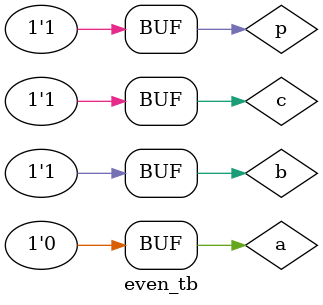
<source format=v>
module epg(input a,b,c,output x);
assign x=(a^b^c);
endmodule

//testbench

module epg_tb;
reg a,b,c;
wire x;
epg uut(.a(a),.b(b),.c(c),.x(x));
initial begin
$monitor("a=%b,b=%b,c=%b,x=%b",a,b,c,x);
$dumpfile("waves.vcd");
$dumpvars();
a=0; b=0; c=0; #10;
a=0; b=0; c=1; #10;
a=0; b=1; c=0; #10;
a=0; b=1; c=1; #10;
a=1; b=0; c=0; #10;
a=1; b=0; c=1; #10;
a=1; b=1; c=0; #10;
a=1; b=1; c=1; #10;
end
endmodule


//design
//even parity checker
module even(input a,b,c,p,output x);
assign x=(a^b^c^p);
endmodule

//testbench
module even_tb;
reg a,b,c,p;
wire x;
even uut(.a(a),.b(b),.c(c),.p(p),.x(x));
initial begin
$monitor("a=%b,b=%b,c=%b,p=%b,x=%b",a,b,c,p,x);
$dumpfile("waves.vcd");
$dumpvars();
a=0; b=0; c=0;p=0; #10;
a=0; b=0; c=1;p=0; #10;
a=0; b=1; c=0;p=1; #10;
a=0; b=1; c=1;p=1; #10;
end
endmodule

</source>
